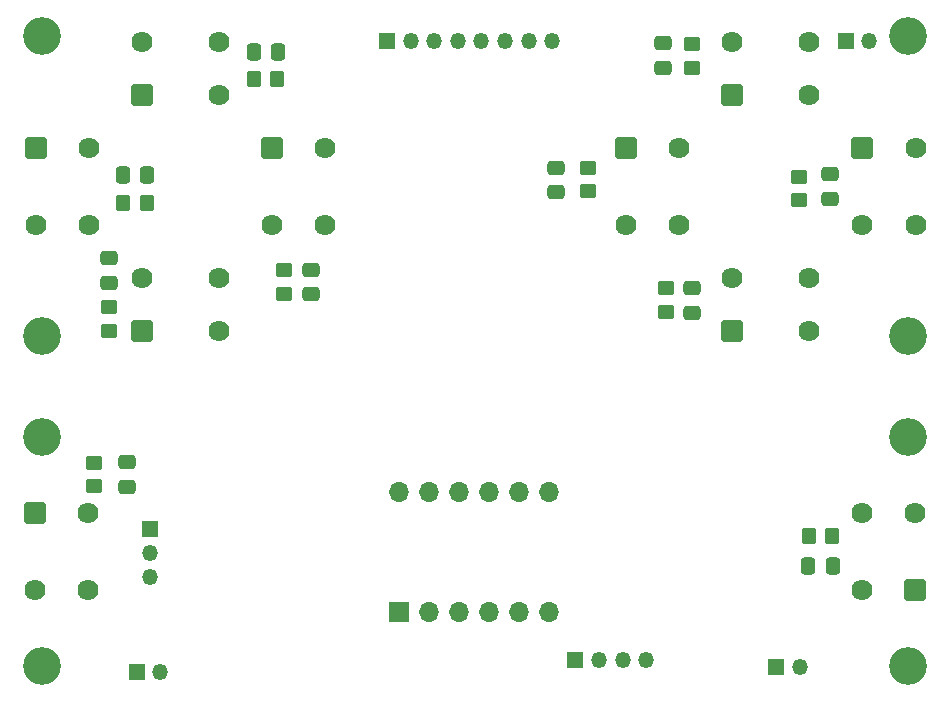
<source format=gbs>
%TF.GenerationSoftware,KiCad,Pcbnew,8.0.4*%
%TF.CreationDate,2024-08-07T19:34:09-04:00*%
%TF.ProjectId,button_board,62757474-6f6e-45f6-926f-6172642e6b69,rev?*%
%TF.SameCoordinates,Original*%
%TF.FileFunction,Soldermask,Bot*%
%TF.FilePolarity,Negative*%
%FSLAX46Y46*%
G04 Gerber Fmt 4.6, Leading zero omitted, Abs format (unit mm)*
G04 Created by KiCad (PCBNEW 8.0.4) date 2024-08-07 19:34:09*
%MOMM*%
%LPD*%
G01*
G04 APERTURE LIST*
G04 Aperture macros list*
%AMRoundRect*
0 Rectangle with rounded corners*
0 $1 Rounding radius*
0 $2 $3 $4 $5 $6 $7 $8 $9 X,Y pos of 4 corners*
0 Add a 4 corners polygon primitive as box body*
4,1,4,$2,$3,$4,$5,$6,$7,$8,$9,$2,$3,0*
0 Add four circle primitives for the rounded corners*
1,1,$1+$1,$2,$3*
1,1,$1+$1,$4,$5*
1,1,$1+$1,$6,$7*
1,1,$1+$1,$8,$9*
0 Add four rect primitives between the rounded corners*
20,1,$1+$1,$2,$3,$4,$5,0*
20,1,$1+$1,$4,$5,$6,$7,0*
20,1,$1+$1,$6,$7,$8,$9,0*
20,1,$1+$1,$8,$9,$2,$3,0*%
G04 Aperture macros list end*
%ADD10C,3.200000*%
%ADD11RoundRect,0.102000X-0.787500X-0.787500X0.787500X-0.787500X0.787500X0.787500X-0.787500X0.787500X0*%
%ADD12C,1.779000*%
%ADD13RoundRect,0.102000X-0.787500X0.787500X-0.787500X-0.787500X0.787500X-0.787500X0.787500X0.787500X0*%
%ADD14R,1.700000X1.700000*%
%ADD15O,1.700000X1.700000*%
%ADD16RoundRect,0.102000X0.787500X-0.787500X0.787500X0.787500X-0.787500X0.787500X-0.787500X-0.787500X0*%
%ADD17R,1.350000X1.350000*%
%ADD18O,1.350000X1.350000*%
%ADD19RoundRect,0.250000X-0.337500X-0.475000X0.337500X-0.475000X0.337500X0.475000X-0.337500X0.475000X0*%
%ADD20RoundRect,0.250000X0.350000X0.450000X-0.350000X0.450000X-0.350000X-0.450000X0.350000X-0.450000X0*%
%ADD21RoundRect,0.250000X-0.475000X0.337500X-0.475000X-0.337500X0.475000X-0.337500X0.475000X0.337500X0*%
%ADD22RoundRect,0.250000X0.450000X-0.350000X0.450000X0.350000X-0.450000X0.350000X-0.450000X-0.350000X0*%
%ADD23RoundRect,0.250000X-0.450000X0.350000X-0.450000X-0.350000X0.450000X-0.350000X0.450000X0.350000X0*%
%ADD24RoundRect,0.250000X0.475000X-0.337500X0.475000X0.337500X-0.475000X0.337500X-0.475000X-0.337500X0*%
G04 APERTURE END LIST*
D10*
%TO.C,*%
X174406000Y-112809000D03*
%TD*%
%TO.C,*%
X101006000Y-78809000D03*
%TD*%
D11*
%TO.C,SW9*%
X159506000Y-83809000D03*
D12*
X166006000Y-83809000D03*
X159506000Y-79309000D03*
X166006000Y-79309000D03*
%TD*%
D13*
%TO.C,SW10*%
X150506000Y-88309000D03*
D12*
X150506000Y-94809000D03*
X155006000Y-88309000D03*
X155006000Y-94809000D03*
%TD*%
D10*
%TO.C,*%
X174406000Y-78809000D03*
%TD*%
%TO.C,*%
X174406000Y-132209000D03*
%TD*%
%TO.C,*%
X101006000Y-132209000D03*
%TD*%
%TO.C,*%
X174406000Y-104209000D03*
%TD*%
D11*
%TO.C,SW5*%
X109506000Y-83809000D03*
D12*
X116006000Y-83809000D03*
X109506000Y-79309000D03*
X116006000Y-79309000D03*
%TD*%
D13*
%TO.C,SW12*%
X170506000Y-88309000D03*
D12*
X170506000Y-94809000D03*
X175006000Y-88309000D03*
X175006000Y-94809000D03*
%TD*%
D14*
%TO.C,U5*%
X131306000Y-127609000D03*
D15*
X133846000Y-127609000D03*
X136386000Y-127609000D03*
X138926000Y-127609000D03*
X141466000Y-127609000D03*
X144006000Y-127609000D03*
X144011000Y-117449000D03*
X141471000Y-117449000D03*
X138931000Y-117449000D03*
X136391000Y-117449000D03*
X133851000Y-117449000D03*
X131311000Y-117449000D03*
%TD*%
D13*
%TO.C,SW3*%
X100456000Y-119259000D03*
D12*
X100456000Y-125759000D03*
X104956000Y-119259000D03*
X104956000Y-125759000D03*
%TD*%
D10*
%TO.C,*%
X101006000Y-104209000D03*
%TD*%
D16*
%TO.C,SW4*%
X174956000Y-125759000D03*
D12*
X174956000Y-119259000D03*
X170456000Y-125759000D03*
X170456000Y-119259000D03*
%TD*%
D17*
%TO.C,J10*%
X169106000Y-79259000D03*
D18*
X171106000Y-79259000D03*
%TD*%
D17*
%TO.C,J11*%
X130256000Y-79259000D03*
D18*
X132256000Y-79259000D03*
X134256000Y-79259000D03*
X136256000Y-79259000D03*
X138256000Y-79259000D03*
X140256000Y-79259000D03*
X142256000Y-79259000D03*
X144256000Y-79259000D03*
%TD*%
D11*
%TO.C,SW11*%
X159506000Y-103809000D03*
D12*
X166006000Y-103809000D03*
X159506000Y-99309000D03*
X166006000Y-99309000D03*
%TD*%
D13*
%TO.C,SW8*%
X120506000Y-88309000D03*
D12*
X120506000Y-94809000D03*
X125006000Y-88309000D03*
X125006000Y-94809000D03*
%TD*%
D17*
%TO.C,J9*%
X109071000Y-132659000D03*
D18*
X111071000Y-132659000D03*
%TD*%
D11*
%TO.C,SW7*%
X109506000Y-103809000D03*
D12*
X116006000Y-103809000D03*
X109506000Y-99309000D03*
X116006000Y-99309000D03*
%TD*%
D13*
%TO.C,SW6*%
X100506000Y-88309000D03*
D12*
X100506000Y-94809000D03*
X105006000Y-88309000D03*
X105006000Y-94809000D03*
%TD*%
D17*
%TO.C,J6*%
X163206000Y-132259000D03*
D18*
X165206000Y-132259000D03*
%TD*%
D17*
%TO.C,J7*%
X146206000Y-131709000D03*
D18*
X148206000Y-131709000D03*
X150206000Y-131709000D03*
X152206000Y-131709000D03*
%TD*%
D17*
%TO.C,J8*%
X110206000Y-120609000D03*
D18*
X110206000Y-122609000D03*
X110206000Y-124609000D03*
%TD*%
D10*
%TO.C,*%
X101006000Y-112809000D03*
%TD*%
D19*
%TO.C,C14*%
X107868500Y-90609000D03*
X109943500Y-90609000D03*
%TD*%
D20*
%TO.C,R31*%
X109906000Y-93009000D03*
X107906000Y-93009000D03*
%TD*%
D21*
%TO.C,C15*%
X106706000Y-97671500D03*
X106706000Y-99746500D03*
%TD*%
D20*
%TO.C,R30*%
X120968500Y-82509000D03*
X118968500Y-82509000D03*
%TD*%
D22*
%TO.C,R39*%
X147256000Y-91996500D03*
X147256000Y-89996500D03*
%TD*%
D23*
%TO.C,R40*%
X153906000Y-100209000D03*
X153906000Y-102209000D03*
%TD*%
D21*
%TO.C,C16*%
X123806000Y-98621500D03*
X123806000Y-100696500D03*
%TD*%
D22*
%TO.C,R41*%
X165106000Y-92759000D03*
X165106000Y-90759000D03*
%TD*%
D24*
%TO.C,C17*%
X153606000Y-81546500D03*
X153606000Y-79471500D03*
%TD*%
D23*
%TO.C,R24*%
X105456000Y-114959000D03*
X105456000Y-116959000D03*
%TD*%
%TO.C,R32*%
X106706000Y-101809000D03*
X106706000Y-103809000D03*
%TD*%
D24*
%TO.C,C11*%
X108206000Y-116996500D03*
X108206000Y-114921500D03*
%TD*%
D22*
%TO.C,R33*%
X121506000Y-100659000D03*
X121506000Y-98659000D03*
%TD*%
D19*
%TO.C,C13*%
X118968500Y-80209000D03*
X121043500Y-80209000D03*
%TD*%
D21*
%TO.C,C20*%
X167756000Y-90559000D03*
X167756000Y-92634000D03*
%TD*%
D24*
%TO.C,C19*%
X156106000Y-102284000D03*
X156106000Y-100209000D03*
%TD*%
D23*
%TO.C,R38*%
X156106000Y-79509000D03*
X156106000Y-81509000D03*
%TD*%
D21*
%TO.C,C18*%
X144606000Y-90009000D03*
X144606000Y-92084000D03*
%TD*%
D19*
%TO.C,C12*%
X165918500Y-123709000D03*
X167993500Y-123709000D03*
%TD*%
D20*
%TO.C,R25*%
X167956000Y-121209000D03*
X165956000Y-121209000D03*
%TD*%
M02*

</source>
